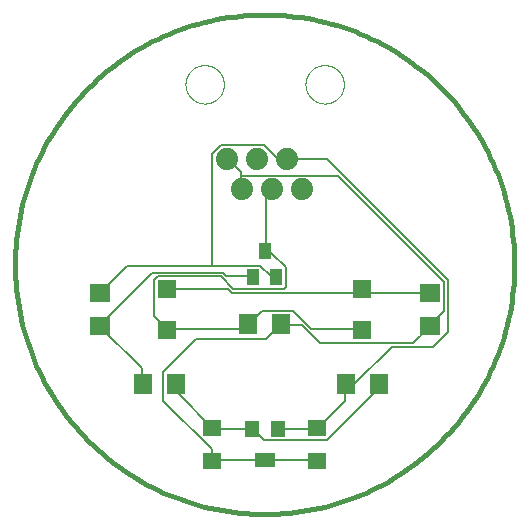
<source format=gtl>
G75*
%MOIN*%
%OFA0B0*%
%FSLAX25Y25*%
%IPPOS*%
%LPD*%
%AMOC8*
5,1,8,0,0,1.08239X$1,22.5*
%
%ADD10C,0.01600*%
%ADD11C,0.07400*%
%ADD12C,0.00000*%
%ADD13R,0.05906X0.05906*%
%ADD14R,0.06299X0.07087*%
%ADD15R,0.07087X0.06299*%
%ADD16R,0.07087X0.04724*%
%ADD17R,0.04724X0.05512*%
%ADD18R,0.03937X0.05512*%
%ADD19R,0.06299X0.05512*%
%ADD20C,0.00600*%
D10*
X0001800Y0085017D02*
X0001825Y0087059D01*
X0001900Y0089100D01*
X0002025Y0091139D01*
X0002201Y0093174D01*
X0002426Y0095204D01*
X0002701Y0097227D01*
X0003025Y0099244D01*
X0003399Y0101252D01*
X0003822Y0103250D01*
X0004294Y0105237D01*
X0004814Y0107212D01*
X0005383Y0109174D01*
X0006000Y0111121D01*
X0006665Y0113052D01*
X0007376Y0114966D01*
X0008135Y0116863D01*
X0008939Y0118740D01*
X0009790Y0120597D01*
X0010686Y0122432D01*
X0011626Y0124245D01*
X0012611Y0126035D01*
X0013639Y0127799D01*
X0014711Y0129538D01*
X0015825Y0131250D01*
X0016980Y0132934D01*
X0018176Y0134589D01*
X0019413Y0136215D01*
X0020689Y0137809D01*
X0022004Y0139372D01*
X0023357Y0140902D01*
X0024747Y0142398D01*
X0026174Y0143860D01*
X0027636Y0145287D01*
X0029132Y0146677D01*
X0030662Y0148030D01*
X0032225Y0149345D01*
X0033819Y0150621D01*
X0035445Y0151858D01*
X0037100Y0153054D01*
X0038784Y0154209D01*
X0040496Y0155323D01*
X0042235Y0156395D01*
X0043999Y0157423D01*
X0045789Y0158408D01*
X0047602Y0159348D01*
X0049437Y0160244D01*
X0051294Y0161095D01*
X0053171Y0161899D01*
X0055068Y0162658D01*
X0056982Y0163369D01*
X0058913Y0164034D01*
X0060860Y0164651D01*
X0062822Y0165220D01*
X0064797Y0165740D01*
X0066784Y0166212D01*
X0068782Y0166635D01*
X0070790Y0167009D01*
X0072807Y0167333D01*
X0074830Y0167608D01*
X0076860Y0167833D01*
X0078895Y0168009D01*
X0080934Y0168134D01*
X0082975Y0168209D01*
X0085017Y0168234D01*
X0087059Y0168209D01*
X0089100Y0168134D01*
X0091139Y0168009D01*
X0093174Y0167833D01*
X0095204Y0167608D01*
X0097227Y0167333D01*
X0099244Y0167009D01*
X0101252Y0166635D01*
X0103250Y0166212D01*
X0105237Y0165740D01*
X0107212Y0165220D01*
X0109174Y0164651D01*
X0111121Y0164034D01*
X0113052Y0163369D01*
X0114966Y0162658D01*
X0116863Y0161899D01*
X0118740Y0161095D01*
X0120597Y0160244D01*
X0122432Y0159348D01*
X0124245Y0158408D01*
X0126035Y0157423D01*
X0127799Y0156395D01*
X0129538Y0155323D01*
X0131250Y0154209D01*
X0132934Y0153054D01*
X0134589Y0151858D01*
X0136215Y0150621D01*
X0137809Y0149345D01*
X0139372Y0148030D01*
X0140902Y0146677D01*
X0142398Y0145287D01*
X0143860Y0143860D01*
X0145287Y0142398D01*
X0146677Y0140902D01*
X0148030Y0139372D01*
X0149345Y0137809D01*
X0150621Y0136215D01*
X0151858Y0134589D01*
X0153054Y0132934D01*
X0154209Y0131250D01*
X0155323Y0129538D01*
X0156395Y0127799D01*
X0157423Y0126035D01*
X0158408Y0124245D01*
X0159348Y0122432D01*
X0160244Y0120597D01*
X0161095Y0118740D01*
X0161899Y0116863D01*
X0162658Y0114966D01*
X0163369Y0113052D01*
X0164034Y0111121D01*
X0164651Y0109174D01*
X0165220Y0107212D01*
X0165740Y0105237D01*
X0166212Y0103250D01*
X0166635Y0101252D01*
X0167009Y0099244D01*
X0167333Y0097227D01*
X0167608Y0095204D01*
X0167833Y0093174D01*
X0168009Y0091139D01*
X0168134Y0089100D01*
X0168209Y0087059D01*
X0168234Y0085017D01*
X0168209Y0082975D01*
X0168134Y0080934D01*
X0168009Y0078895D01*
X0167833Y0076860D01*
X0167608Y0074830D01*
X0167333Y0072807D01*
X0167009Y0070790D01*
X0166635Y0068782D01*
X0166212Y0066784D01*
X0165740Y0064797D01*
X0165220Y0062822D01*
X0164651Y0060860D01*
X0164034Y0058913D01*
X0163369Y0056982D01*
X0162658Y0055068D01*
X0161899Y0053171D01*
X0161095Y0051294D01*
X0160244Y0049437D01*
X0159348Y0047602D01*
X0158408Y0045789D01*
X0157423Y0043999D01*
X0156395Y0042235D01*
X0155323Y0040496D01*
X0154209Y0038784D01*
X0153054Y0037100D01*
X0151858Y0035445D01*
X0150621Y0033819D01*
X0149345Y0032225D01*
X0148030Y0030662D01*
X0146677Y0029132D01*
X0145287Y0027636D01*
X0143860Y0026174D01*
X0142398Y0024747D01*
X0140902Y0023357D01*
X0139372Y0022004D01*
X0137809Y0020689D01*
X0136215Y0019413D01*
X0134589Y0018176D01*
X0132934Y0016980D01*
X0131250Y0015825D01*
X0129538Y0014711D01*
X0127799Y0013639D01*
X0126035Y0012611D01*
X0124245Y0011626D01*
X0122432Y0010686D01*
X0120597Y0009790D01*
X0118740Y0008939D01*
X0116863Y0008135D01*
X0114966Y0007376D01*
X0113052Y0006665D01*
X0111121Y0006000D01*
X0109174Y0005383D01*
X0107212Y0004814D01*
X0105237Y0004294D01*
X0103250Y0003822D01*
X0101252Y0003399D01*
X0099244Y0003025D01*
X0097227Y0002701D01*
X0095204Y0002426D01*
X0093174Y0002201D01*
X0091139Y0002025D01*
X0089100Y0001900D01*
X0087059Y0001825D01*
X0085017Y0001800D01*
X0082975Y0001825D01*
X0080934Y0001900D01*
X0078895Y0002025D01*
X0076860Y0002201D01*
X0074830Y0002426D01*
X0072807Y0002701D01*
X0070790Y0003025D01*
X0068782Y0003399D01*
X0066784Y0003822D01*
X0064797Y0004294D01*
X0062822Y0004814D01*
X0060860Y0005383D01*
X0058913Y0006000D01*
X0056982Y0006665D01*
X0055068Y0007376D01*
X0053171Y0008135D01*
X0051294Y0008939D01*
X0049437Y0009790D01*
X0047602Y0010686D01*
X0045789Y0011626D01*
X0043999Y0012611D01*
X0042235Y0013639D01*
X0040496Y0014711D01*
X0038784Y0015825D01*
X0037100Y0016980D01*
X0035445Y0018176D01*
X0033819Y0019413D01*
X0032225Y0020689D01*
X0030662Y0022004D01*
X0029132Y0023357D01*
X0027636Y0024747D01*
X0026174Y0026174D01*
X0024747Y0027636D01*
X0023357Y0029132D01*
X0022004Y0030662D01*
X0020689Y0032225D01*
X0019413Y0033819D01*
X0018176Y0035445D01*
X0016980Y0037100D01*
X0015825Y0038784D01*
X0014711Y0040496D01*
X0013639Y0042235D01*
X0012611Y0043999D01*
X0011626Y0045789D01*
X0010686Y0047602D01*
X0009790Y0049437D01*
X0008939Y0051294D01*
X0008135Y0053171D01*
X0007376Y0055068D01*
X0006665Y0056982D01*
X0006000Y0058913D01*
X0005383Y0060860D01*
X0004814Y0062822D01*
X0004294Y0064797D01*
X0003822Y0066784D01*
X0003399Y0068782D01*
X0003025Y0070790D01*
X0002701Y0072807D01*
X0002426Y0074830D01*
X0002201Y0076860D01*
X0002025Y0078895D01*
X0001900Y0080934D01*
X0001825Y0082975D01*
X0001800Y0085017D01*
D11*
X0072517Y0120017D03*
X0082517Y0120017D03*
X0092517Y0120017D03*
X0097517Y0110017D03*
X0087517Y0110017D03*
X0077517Y0110017D03*
D12*
X0058617Y0145017D02*
X0058619Y0145177D01*
X0058625Y0145336D01*
X0058635Y0145495D01*
X0058649Y0145654D01*
X0058667Y0145813D01*
X0058688Y0145971D01*
X0058714Y0146128D01*
X0058744Y0146285D01*
X0058777Y0146441D01*
X0058815Y0146596D01*
X0058856Y0146750D01*
X0058901Y0146903D01*
X0058950Y0147055D01*
X0059003Y0147206D01*
X0059059Y0147355D01*
X0059120Y0147503D01*
X0059183Y0147649D01*
X0059251Y0147794D01*
X0059322Y0147937D01*
X0059396Y0148078D01*
X0059474Y0148217D01*
X0059556Y0148354D01*
X0059641Y0148489D01*
X0059729Y0148622D01*
X0059821Y0148753D01*
X0059915Y0148881D01*
X0060013Y0149007D01*
X0060114Y0149131D01*
X0060218Y0149252D01*
X0060325Y0149370D01*
X0060435Y0149486D01*
X0060548Y0149599D01*
X0060664Y0149709D01*
X0060782Y0149816D01*
X0060903Y0149920D01*
X0061027Y0150021D01*
X0061153Y0150119D01*
X0061281Y0150213D01*
X0061412Y0150305D01*
X0061545Y0150393D01*
X0061680Y0150478D01*
X0061817Y0150560D01*
X0061956Y0150638D01*
X0062097Y0150712D01*
X0062240Y0150783D01*
X0062385Y0150851D01*
X0062531Y0150914D01*
X0062679Y0150975D01*
X0062828Y0151031D01*
X0062979Y0151084D01*
X0063131Y0151133D01*
X0063284Y0151178D01*
X0063438Y0151219D01*
X0063593Y0151257D01*
X0063749Y0151290D01*
X0063906Y0151320D01*
X0064063Y0151346D01*
X0064221Y0151367D01*
X0064380Y0151385D01*
X0064539Y0151399D01*
X0064698Y0151409D01*
X0064857Y0151415D01*
X0065017Y0151417D01*
X0065177Y0151415D01*
X0065336Y0151409D01*
X0065495Y0151399D01*
X0065654Y0151385D01*
X0065813Y0151367D01*
X0065971Y0151346D01*
X0066128Y0151320D01*
X0066285Y0151290D01*
X0066441Y0151257D01*
X0066596Y0151219D01*
X0066750Y0151178D01*
X0066903Y0151133D01*
X0067055Y0151084D01*
X0067206Y0151031D01*
X0067355Y0150975D01*
X0067503Y0150914D01*
X0067649Y0150851D01*
X0067794Y0150783D01*
X0067937Y0150712D01*
X0068078Y0150638D01*
X0068217Y0150560D01*
X0068354Y0150478D01*
X0068489Y0150393D01*
X0068622Y0150305D01*
X0068753Y0150213D01*
X0068881Y0150119D01*
X0069007Y0150021D01*
X0069131Y0149920D01*
X0069252Y0149816D01*
X0069370Y0149709D01*
X0069486Y0149599D01*
X0069599Y0149486D01*
X0069709Y0149370D01*
X0069816Y0149252D01*
X0069920Y0149131D01*
X0070021Y0149007D01*
X0070119Y0148881D01*
X0070213Y0148753D01*
X0070305Y0148622D01*
X0070393Y0148489D01*
X0070478Y0148354D01*
X0070560Y0148217D01*
X0070638Y0148078D01*
X0070712Y0147937D01*
X0070783Y0147794D01*
X0070851Y0147649D01*
X0070914Y0147503D01*
X0070975Y0147355D01*
X0071031Y0147206D01*
X0071084Y0147055D01*
X0071133Y0146903D01*
X0071178Y0146750D01*
X0071219Y0146596D01*
X0071257Y0146441D01*
X0071290Y0146285D01*
X0071320Y0146128D01*
X0071346Y0145971D01*
X0071367Y0145813D01*
X0071385Y0145654D01*
X0071399Y0145495D01*
X0071409Y0145336D01*
X0071415Y0145177D01*
X0071417Y0145017D01*
X0071415Y0144857D01*
X0071409Y0144698D01*
X0071399Y0144539D01*
X0071385Y0144380D01*
X0071367Y0144221D01*
X0071346Y0144063D01*
X0071320Y0143906D01*
X0071290Y0143749D01*
X0071257Y0143593D01*
X0071219Y0143438D01*
X0071178Y0143284D01*
X0071133Y0143131D01*
X0071084Y0142979D01*
X0071031Y0142828D01*
X0070975Y0142679D01*
X0070914Y0142531D01*
X0070851Y0142385D01*
X0070783Y0142240D01*
X0070712Y0142097D01*
X0070638Y0141956D01*
X0070560Y0141817D01*
X0070478Y0141680D01*
X0070393Y0141545D01*
X0070305Y0141412D01*
X0070213Y0141281D01*
X0070119Y0141153D01*
X0070021Y0141027D01*
X0069920Y0140903D01*
X0069816Y0140782D01*
X0069709Y0140664D01*
X0069599Y0140548D01*
X0069486Y0140435D01*
X0069370Y0140325D01*
X0069252Y0140218D01*
X0069131Y0140114D01*
X0069007Y0140013D01*
X0068881Y0139915D01*
X0068753Y0139821D01*
X0068622Y0139729D01*
X0068489Y0139641D01*
X0068354Y0139556D01*
X0068217Y0139474D01*
X0068078Y0139396D01*
X0067937Y0139322D01*
X0067794Y0139251D01*
X0067649Y0139183D01*
X0067503Y0139120D01*
X0067355Y0139059D01*
X0067206Y0139003D01*
X0067055Y0138950D01*
X0066903Y0138901D01*
X0066750Y0138856D01*
X0066596Y0138815D01*
X0066441Y0138777D01*
X0066285Y0138744D01*
X0066128Y0138714D01*
X0065971Y0138688D01*
X0065813Y0138667D01*
X0065654Y0138649D01*
X0065495Y0138635D01*
X0065336Y0138625D01*
X0065177Y0138619D01*
X0065017Y0138617D01*
X0064857Y0138619D01*
X0064698Y0138625D01*
X0064539Y0138635D01*
X0064380Y0138649D01*
X0064221Y0138667D01*
X0064063Y0138688D01*
X0063906Y0138714D01*
X0063749Y0138744D01*
X0063593Y0138777D01*
X0063438Y0138815D01*
X0063284Y0138856D01*
X0063131Y0138901D01*
X0062979Y0138950D01*
X0062828Y0139003D01*
X0062679Y0139059D01*
X0062531Y0139120D01*
X0062385Y0139183D01*
X0062240Y0139251D01*
X0062097Y0139322D01*
X0061956Y0139396D01*
X0061817Y0139474D01*
X0061680Y0139556D01*
X0061545Y0139641D01*
X0061412Y0139729D01*
X0061281Y0139821D01*
X0061153Y0139915D01*
X0061027Y0140013D01*
X0060903Y0140114D01*
X0060782Y0140218D01*
X0060664Y0140325D01*
X0060548Y0140435D01*
X0060435Y0140548D01*
X0060325Y0140664D01*
X0060218Y0140782D01*
X0060114Y0140903D01*
X0060013Y0141027D01*
X0059915Y0141153D01*
X0059821Y0141281D01*
X0059729Y0141412D01*
X0059641Y0141545D01*
X0059556Y0141680D01*
X0059474Y0141817D01*
X0059396Y0141956D01*
X0059322Y0142097D01*
X0059251Y0142240D01*
X0059183Y0142385D01*
X0059120Y0142531D01*
X0059059Y0142679D01*
X0059003Y0142828D01*
X0058950Y0142979D01*
X0058901Y0143131D01*
X0058856Y0143284D01*
X0058815Y0143438D01*
X0058777Y0143593D01*
X0058744Y0143749D01*
X0058714Y0143906D01*
X0058688Y0144063D01*
X0058667Y0144221D01*
X0058649Y0144380D01*
X0058635Y0144539D01*
X0058625Y0144698D01*
X0058619Y0144857D01*
X0058617Y0145017D01*
X0098617Y0145017D02*
X0098619Y0145177D01*
X0098625Y0145336D01*
X0098635Y0145495D01*
X0098649Y0145654D01*
X0098667Y0145813D01*
X0098688Y0145971D01*
X0098714Y0146128D01*
X0098744Y0146285D01*
X0098777Y0146441D01*
X0098815Y0146596D01*
X0098856Y0146750D01*
X0098901Y0146903D01*
X0098950Y0147055D01*
X0099003Y0147206D01*
X0099059Y0147355D01*
X0099120Y0147503D01*
X0099183Y0147649D01*
X0099251Y0147794D01*
X0099322Y0147937D01*
X0099396Y0148078D01*
X0099474Y0148217D01*
X0099556Y0148354D01*
X0099641Y0148489D01*
X0099729Y0148622D01*
X0099821Y0148753D01*
X0099915Y0148881D01*
X0100013Y0149007D01*
X0100114Y0149131D01*
X0100218Y0149252D01*
X0100325Y0149370D01*
X0100435Y0149486D01*
X0100548Y0149599D01*
X0100664Y0149709D01*
X0100782Y0149816D01*
X0100903Y0149920D01*
X0101027Y0150021D01*
X0101153Y0150119D01*
X0101281Y0150213D01*
X0101412Y0150305D01*
X0101545Y0150393D01*
X0101680Y0150478D01*
X0101817Y0150560D01*
X0101956Y0150638D01*
X0102097Y0150712D01*
X0102240Y0150783D01*
X0102385Y0150851D01*
X0102531Y0150914D01*
X0102679Y0150975D01*
X0102828Y0151031D01*
X0102979Y0151084D01*
X0103131Y0151133D01*
X0103284Y0151178D01*
X0103438Y0151219D01*
X0103593Y0151257D01*
X0103749Y0151290D01*
X0103906Y0151320D01*
X0104063Y0151346D01*
X0104221Y0151367D01*
X0104380Y0151385D01*
X0104539Y0151399D01*
X0104698Y0151409D01*
X0104857Y0151415D01*
X0105017Y0151417D01*
X0105177Y0151415D01*
X0105336Y0151409D01*
X0105495Y0151399D01*
X0105654Y0151385D01*
X0105813Y0151367D01*
X0105971Y0151346D01*
X0106128Y0151320D01*
X0106285Y0151290D01*
X0106441Y0151257D01*
X0106596Y0151219D01*
X0106750Y0151178D01*
X0106903Y0151133D01*
X0107055Y0151084D01*
X0107206Y0151031D01*
X0107355Y0150975D01*
X0107503Y0150914D01*
X0107649Y0150851D01*
X0107794Y0150783D01*
X0107937Y0150712D01*
X0108078Y0150638D01*
X0108217Y0150560D01*
X0108354Y0150478D01*
X0108489Y0150393D01*
X0108622Y0150305D01*
X0108753Y0150213D01*
X0108881Y0150119D01*
X0109007Y0150021D01*
X0109131Y0149920D01*
X0109252Y0149816D01*
X0109370Y0149709D01*
X0109486Y0149599D01*
X0109599Y0149486D01*
X0109709Y0149370D01*
X0109816Y0149252D01*
X0109920Y0149131D01*
X0110021Y0149007D01*
X0110119Y0148881D01*
X0110213Y0148753D01*
X0110305Y0148622D01*
X0110393Y0148489D01*
X0110478Y0148354D01*
X0110560Y0148217D01*
X0110638Y0148078D01*
X0110712Y0147937D01*
X0110783Y0147794D01*
X0110851Y0147649D01*
X0110914Y0147503D01*
X0110975Y0147355D01*
X0111031Y0147206D01*
X0111084Y0147055D01*
X0111133Y0146903D01*
X0111178Y0146750D01*
X0111219Y0146596D01*
X0111257Y0146441D01*
X0111290Y0146285D01*
X0111320Y0146128D01*
X0111346Y0145971D01*
X0111367Y0145813D01*
X0111385Y0145654D01*
X0111399Y0145495D01*
X0111409Y0145336D01*
X0111415Y0145177D01*
X0111417Y0145017D01*
X0111415Y0144857D01*
X0111409Y0144698D01*
X0111399Y0144539D01*
X0111385Y0144380D01*
X0111367Y0144221D01*
X0111346Y0144063D01*
X0111320Y0143906D01*
X0111290Y0143749D01*
X0111257Y0143593D01*
X0111219Y0143438D01*
X0111178Y0143284D01*
X0111133Y0143131D01*
X0111084Y0142979D01*
X0111031Y0142828D01*
X0110975Y0142679D01*
X0110914Y0142531D01*
X0110851Y0142385D01*
X0110783Y0142240D01*
X0110712Y0142097D01*
X0110638Y0141956D01*
X0110560Y0141817D01*
X0110478Y0141680D01*
X0110393Y0141545D01*
X0110305Y0141412D01*
X0110213Y0141281D01*
X0110119Y0141153D01*
X0110021Y0141027D01*
X0109920Y0140903D01*
X0109816Y0140782D01*
X0109709Y0140664D01*
X0109599Y0140548D01*
X0109486Y0140435D01*
X0109370Y0140325D01*
X0109252Y0140218D01*
X0109131Y0140114D01*
X0109007Y0140013D01*
X0108881Y0139915D01*
X0108753Y0139821D01*
X0108622Y0139729D01*
X0108489Y0139641D01*
X0108354Y0139556D01*
X0108217Y0139474D01*
X0108078Y0139396D01*
X0107937Y0139322D01*
X0107794Y0139251D01*
X0107649Y0139183D01*
X0107503Y0139120D01*
X0107355Y0139059D01*
X0107206Y0139003D01*
X0107055Y0138950D01*
X0106903Y0138901D01*
X0106750Y0138856D01*
X0106596Y0138815D01*
X0106441Y0138777D01*
X0106285Y0138744D01*
X0106128Y0138714D01*
X0105971Y0138688D01*
X0105813Y0138667D01*
X0105654Y0138649D01*
X0105495Y0138635D01*
X0105336Y0138625D01*
X0105177Y0138619D01*
X0105017Y0138617D01*
X0104857Y0138619D01*
X0104698Y0138625D01*
X0104539Y0138635D01*
X0104380Y0138649D01*
X0104221Y0138667D01*
X0104063Y0138688D01*
X0103906Y0138714D01*
X0103749Y0138744D01*
X0103593Y0138777D01*
X0103438Y0138815D01*
X0103284Y0138856D01*
X0103131Y0138901D01*
X0102979Y0138950D01*
X0102828Y0139003D01*
X0102679Y0139059D01*
X0102531Y0139120D01*
X0102385Y0139183D01*
X0102240Y0139251D01*
X0102097Y0139322D01*
X0101956Y0139396D01*
X0101817Y0139474D01*
X0101680Y0139556D01*
X0101545Y0139641D01*
X0101412Y0139729D01*
X0101281Y0139821D01*
X0101153Y0139915D01*
X0101027Y0140013D01*
X0100903Y0140114D01*
X0100782Y0140218D01*
X0100664Y0140325D01*
X0100548Y0140435D01*
X0100435Y0140548D01*
X0100325Y0140664D01*
X0100218Y0140782D01*
X0100114Y0140903D01*
X0100013Y0141027D01*
X0099915Y0141153D01*
X0099821Y0141281D01*
X0099729Y0141412D01*
X0099641Y0141545D01*
X0099556Y0141680D01*
X0099474Y0141817D01*
X0099396Y0141956D01*
X0099322Y0142097D01*
X0099251Y0142240D01*
X0099183Y0142385D01*
X0099120Y0142531D01*
X0099059Y0142679D01*
X0099003Y0142828D01*
X0098950Y0142979D01*
X0098901Y0143131D01*
X0098856Y0143284D01*
X0098815Y0143438D01*
X0098777Y0143593D01*
X0098744Y0143749D01*
X0098714Y0143906D01*
X0098688Y0144063D01*
X0098667Y0144221D01*
X0098649Y0144380D01*
X0098635Y0144539D01*
X0098625Y0144698D01*
X0098619Y0144857D01*
X0098617Y0145017D01*
D13*
X0117517Y0076906D03*
X0117517Y0063127D03*
X0052517Y0063127D03*
X0052517Y0076906D03*
D14*
X0079505Y0065017D03*
X0090528Y0065017D03*
X0112005Y0045017D03*
X0123028Y0045017D03*
X0055528Y0045017D03*
X0044505Y0045017D03*
D15*
X0030017Y0064505D03*
X0030017Y0075528D03*
X0140017Y0075528D03*
X0140017Y0064505D03*
D16*
X0085017Y0019898D03*
D17*
X0089347Y0030135D03*
X0080686Y0030135D03*
D18*
X0081276Y0080686D03*
X0088757Y0080686D03*
X0085017Y0089347D03*
D19*
X0102517Y0030528D03*
X0102517Y0019505D03*
X0067517Y0019505D03*
X0067517Y0030528D03*
D20*
X0044505Y0045017D02*
X0044017Y0045017D01*
X0044017Y0050417D01*
X0030217Y0064217D01*
X0030017Y0064505D01*
X0030217Y0064817D01*
X0047617Y0082217D01*
X0071017Y0082217D01*
X0072217Y0081017D01*
X0081217Y0081017D01*
X0081276Y0080686D01*
X0083617Y0084617D02*
X0067417Y0084617D01*
X0067417Y0121817D01*
X0070417Y0124817D01*
X0084817Y0124817D01*
X0089617Y0120017D01*
X0092517Y0120017D01*
X0105817Y0120017D01*
X0146017Y0079817D01*
X0146017Y0062417D01*
X0141217Y0057617D01*
X0127417Y0057617D01*
X0114817Y0045017D01*
X0112005Y0045017D01*
X0111817Y0045017D01*
X0111817Y0039617D01*
X0102817Y0030617D01*
X0102517Y0030528D01*
X0102217Y0030017D01*
X0089617Y0030017D01*
X0089347Y0030135D01*
X0084817Y0026417D02*
X0081217Y0030017D01*
X0080686Y0030135D01*
X0080617Y0030017D01*
X0068017Y0030017D01*
X0067517Y0030528D01*
X0067417Y0030617D01*
X0056017Y0042017D01*
X0056017Y0045017D01*
X0055528Y0045017D01*
X0051217Y0049217D02*
X0051217Y0039617D01*
X0067417Y0023417D01*
X0067417Y0019817D01*
X0067517Y0019505D01*
X0068017Y0019817D01*
X0084817Y0019817D01*
X0085017Y0019898D01*
X0085417Y0019817D01*
X0102217Y0019817D01*
X0102517Y0019505D01*
X0105817Y0026417D02*
X0084817Y0026417D01*
X0105817Y0026417D02*
X0122617Y0043217D01*
X0122617Y0045017D01*
X0123028Y0045017D01*
X0134617Y0058817D02*
X0140017Y0064217D01*
X0140017Y0064505D01*
X0140017Y0064817D01*
X0144817Y0069617D01*
X0144817Y0079217D01*
X0109417Y0114617D01*
X0077017Y0114617D01*
X0077017Y0110417D01*
X0077517Y0110017D01*
X0077017Y0114617D02*
X0077017Y0115817D01*
X0072817Y0120017D01*
X0072517Y0120017D01*
X0085417Y0108017D02*
X0087217Y0109817D01*
X0087517Y0110017D01*
X0085417Y0108017D02*
X0085417Y0089417D01*
X0085017Y0089347D01*
X0085417Y0088817D01*
X0087217Y0088817D01*
X0092017Y0084017D01*
X0092017Y0077417D01*
X0091417Y0076817D01*
X0074617Y0076817D01*
X0070417Y0081017D01*
X0049417Y0081017D01*
X0048217Y0079817D01*
X0048217Y0067817D01*
X0052417Y0063617D01*
X0052517Y0063127D01*
X0053017Y0063617D01*
X0078217Y0063617D01*
X0079417Y0064817D01*
X0079505Y0065017D01*
X0080017Y0065417D01*
X0084217Y0069617D01*
X0094417Y0069617D01*
X0100417Y0063617D01*
X0117217Y0063617D01*
X0117517Y0063127D01*
X0119017Y0075617D02*
X0117817Y0076817D01*
X0117517Y0076906D01*
X0117217Y0076817D01*
X0116017Y0075617D01*
X0074017Y0075617D01*
X0072817Y0076817D01*
X0053017Y0076817D01*
X0052517Y0076906D01*
X0039217Y0084617D02*
X0030217Y0075617D01*
X0030017Y0075528D01*
X0039217Y0084617D02*
X0067417Y0084617D01*
X0083617Y0084617D02*
X0087217Y0081017D01*
X0088417Y0081017D01*
X0088757Y0080686D01*
X0090528Y0065017D02*
X0090217Y0064817D01*
X0085417Y0060017D01*
X0062017Y0060017D01*
X0051217Y0049217D01*
X0090528Y0065017D02*
X0090817Y0064817D01*
X0097417Y0064817D01*
X0103417Y0058817D01*
X0134617Y0058817D01*
X0140017Y0075528D02*
X0140017Y0075617D01*
X0119017Y0075617D01*
M02*

</source>
